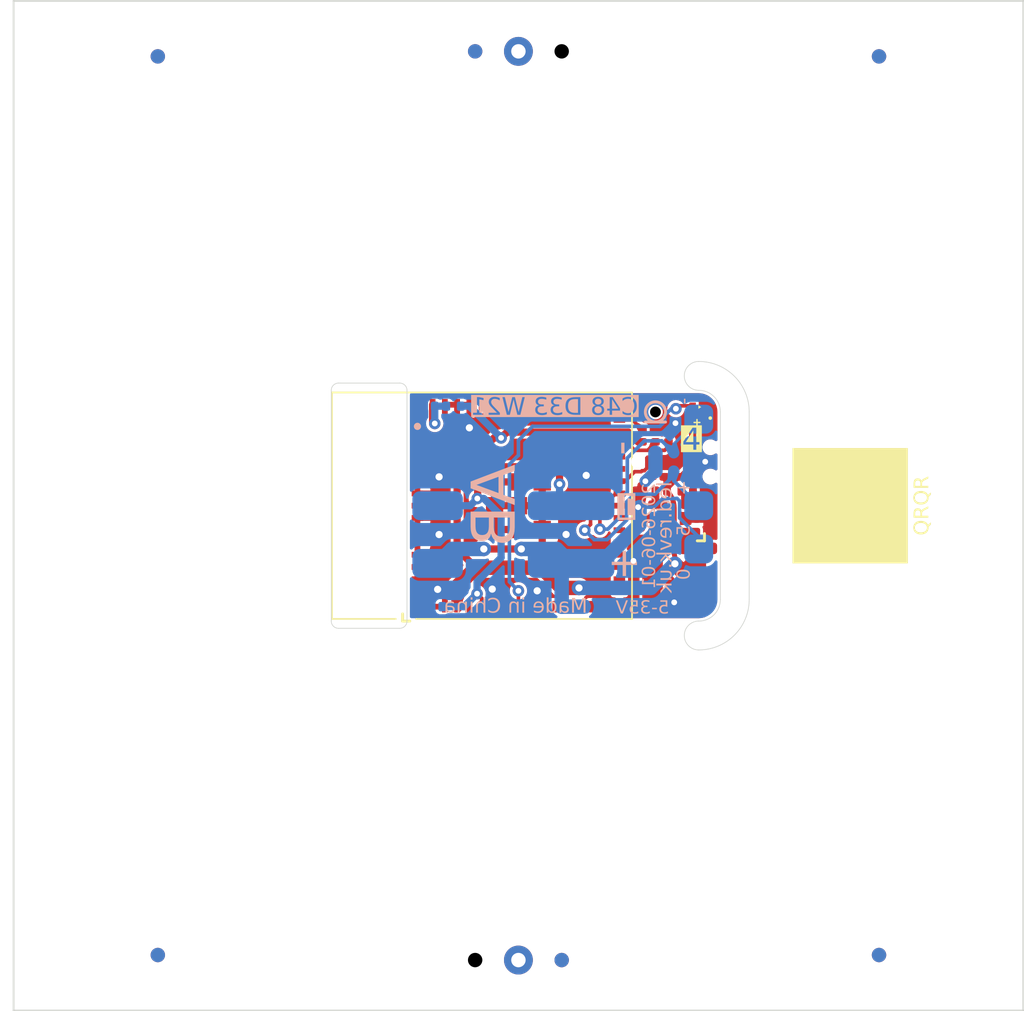
<source format=kicad_pcb>
(kicad_pcb (version 20241129) (generator "pcbnew") (generator_version "9.0")
  (title_block (title "PCB-USBX") (rev "1") (comment 1 "www.me.uk") (comment 2 "@TheRealRevK"))
  (layers (0 "F.Cu" signal) (2 "B.Cu" signal) (13 "F.Paste" user) (15 "B.Paste" user) (5 "F.SilkS" user) (7 "B.SilkS" user) (1 "F.Mask" user) (3 "B.Mask" user) (25 "Edge.Cuts" user) (39 "User.1" signal) (41 "User.2" signal))
  (property "DATE" "2023-06-01")
  (net 0 "")
  (net 1 "GND")
  (net 2 "Net-(U2-EN)")
  (net 3 "D-")
  (net 4 "D+")
  (net 13 "+3.3V")
  (net 28 "LED2")
  (net 31 "SD")
  (net 33 "LED1")
  (net 38 "SCK")
  (net 40 "WS")
  (net 42 "DC")
  (footprint "RevK:C_0603_" (layer "F.Cu") (at 108.3 102.185 90)
    (property "Reference" "C6" (hide yes))
    (property "Value" "10uF 35V")
  )
  (footprint "RevK:SOT-23-6-MD8942" (layer "F.Cu") (at 110.8 100.885)
    (property "Reference" "U5" (hide yes))
    (property "Value" "MD8942")
    (fp_line (start 1.6 1.55) (end 2.1 1.55) (stroke (width 0.2)) (layer "F.SilkS"))
    (fp_line (start 2.1 1.55) (end 2.1 1.05) (stroke (width 0.2)) (layer "F.SilkS"))
    (pad "1" smd rect (at 0.7625 1.5) (size 0.525 0.8) (layers "F.Cu"))
    (pad "1" smd roundrect (at 0.775 2) (size 0.8 0.95) (layers "F.Cu" "F.Mask" "F.Paste"))
    (pad "1" smd roundrect (at 1.1375 0.95) (size 1.325 0.6) (layers "F.Cu" "F.Mask" "F.Paste"))
    (pad "2" smd roundrect (at 1.1375 0) (size 1.325 0.6) (layers "F.Cu" "F.Mask" "F.Paste") (net 1 "GND"))
    (pad "2" smd rect (at 1.8 0) (size 0.8 0.6) (layers "F.Cu") (net 1 "GND"))
    (pad "2" smd roundrect (at 2.300001 -1.9) (size 0.54 0.64) (layers "F.Cu" "F.Mask" "F.Paste") (net 1 "GND"))
    (pad "2" smd roundrect (at 2.5 -0.72) (size 0.95 3) (layers "F.Cu") (net 1 "GND"))
    (pad "2" smd roundrect (at 2.5 0.525) (size 0.95 0.8) (layers "F.Cu" "F.Mask" "F.Paste") (net 1 "GND"))
    (pad "3" smd roundrect (at 0.5 -1.9) (size 0.54 0.64) (layers "F.Cu" "F.Mask" "F.Paste"))
    (pad "3" smd rect (at 0.625 -1.355) (size 0.29 0.89) (layers "F.Cu"))
    (pad "3" smd roundrect (at 1.1375 -0.95) (size 1.325 0.6) (layers "F.Cu" "F.Mask" "F.Paste"))
    (pad "3" smd rect (at 1.3 -1.45) (size 0.54 1) (layers "F.Cu"))
    (pad "3" smd roundrect (at 1.300001 -1.9) (size 0.54 0.64) (layers "F.Cu" "F.Mask" "F.Paste"))
    (pad "4" smd roundrect (at -1.3 -1.9) (size 0.54 0.64) (layers "F.Cu" "F.Mask" "F.Paste"))
    (pad "4" smd rect (at -1.3 -1.42) (size 0.54 1) (layers "F.Cu"))
    (pad "4" smd roundrect (at -1.1375 -0.95) (size 1.325 0.6) (layers "F.Cu" "F.Mask" "F.Paste"))
    (pad "5" smd roundrect (at -2.5 -0.72) (size 0.95 3) (layers "F.Cu") (net 42 "DC"))
    (pad "5" smd roundrect (at -2.5 0.525) (size 0.95 0.8) (layers "F.Cu" "F.Mask" "F.Paste") (net 42 "DC"))
    (pad "5" smd roundrect (at -2.3 -1.9) (size 0.54 0.64) (layers "F.Cu" "F.Mask" "F.Paste") (net 42 "DC"))
    (pad "5" smd rect (at -1.8 0) (size 0.8 0.6) (layers "F.Cu") (net 42 "DC"))
    (pad "5" smd roundrect (at -1.1375 0) (size 1.325 0.6) (layers "F.Cu" "F.Mask" "F.Paste") (net 42 "DC"))
    (pad "6" smd rect (at -1.5 4.6) (size 1.425 3.7) (layers "F.Cu" "F.Mask"))
    (pad "6" smd rect (at -1.3 1.975) (size 1 2) (layers "F.Cu"))
    (pad "6" smd roundrect (at -1.1375 0.95) (size 1.325 0.6) (layers "F.Cu" "F.Mask" "F.Paste"))
    (pad "6" smd roundrect (at -0.775 2) (size 0.8 0.95) (layers "F.Cu" "F.Mask" "F.Paste"))
    (pad "7" smd roundrect (at -2.69375 4.2) (size 0.5625 4.5) (layers "F.Cu") (net 1 "GND"))
    (pad "7" smd roundrect (at -2.5 2.075) (size 0.95 0.8) (layers "F.Cu" "F.Mask" "F.Paste") (net 1 "GND"))
    (pad "8" smd roundrect (at -0.5 -1.9) (size 0.54 0.64) (layers "F.Cu" "F.Mask" "F.Paste") (net 13 "+3.3V"))
    (pad "8" smd custom (at 0 0.8) (size 0.35 3) (layers "F.Cu") (net 13 "+3.3V") (options (clearance outline) (anchor rect)) (primitives (gr_arc (start -0.5 -2.71) (mid -0.129059 -2.154847) (end 0.001198 -1.5) (width 0.35)) (gr_arc (start 1.5 3) (mid 0.43934 2.56066) (end 0 1.5) (width 0.35))))
    (pad "8" smd rect (at 1.5 4.6) (size 1.425 3.7) (layers "F.Cu" "F.Mask") (net 13 "+3.3V"))
    (pad "8" smd custom (at 1.8 3.6) (size 0.7 2) (layers "F.Cu") (net 13 "+3.3V") (options (clearance outline) (anchor rect)) (primitives (gr_arc (start 0 -1) (mid 0.146447 -1.353553) (end 0.5 -1.5) (width 0.7))))
    (pad "8" smd roundrect (at 2.5 2.075) (size 0.95 0.8) (layers "F.Cu" "F.Mask" "F.Paste") (net 13 "+3.3V"))
  )
  (footprint "RevK:C_0603_" (layer "F.Cu") (at 110.8 102.885)
    (property "Reference" "C8" (hide yes))
    (property "Value" "100nF")
  )
  (footprint "RevK:SMD1010" (layer "F.Cu") (at 112.5 93.5 180)
    (property "Reference" "D1" (hide yes))
    (property "Value" "XL-1010RGBC-WS2812B" (hide yes))
    (fp_line (start 0.12 -0.93) (end 0.12 -0.53) (stroke (width 0.1)) (layer "F.SilkS"))
    (fp_line (start -0.08 -0.73) (end 0.32 -0.73) (stroke (width 0.1)) (layer "F.SilkS"))
    (fp_circle (center -0.8 -0.425) (end -0.675 -0.425) (fill yes) (layer "F.SilkS"))
    (fp_poly (pts (xy 0.023248 0.214442) (xy 0.023248 0.464442) (xy -0.176752 0.337718)) (fill yes) (layer "F.SilkS"))
    (pad "1" smd roundrect (at -0.425 -0.425 180) (size 0.45 0.45) (layers "F.Cu" "F.Mask" "F.Paste") (roundrect_rratio 0) (chamfer_ratio 0.06) (chamfer top_left))
    (pad "2" smd rect (at 0.425 -0.425 180) (size 0.48 0.48) (layers "F.Cu" "F.Mask" "F.Paste") (net 13 "+3.3V"))
    (pad "3" smd rect (at -0.425 0.425 180) (size 0.48 0.48) (layers "F.Cu" "F.Mask" "F.Paste") (net 1 "GND"))
    (pad "4" smd roundrect (at 0.425 0.425) (size 0.45 0.45) (layers "F.Cu" "F.Mask" "F.Paste") (roundrect_rratio 0) (chamfer_ratio 0.06) (chamfer top_left) (net 28 "LED2"))
  )
  (footprint "RevK:R_0402_" (layer "F.Cu") (at 110.8 98.985)
    (property "Reference" "R9" (hide yes))
    (property "Value" "124k" (hide yes))
  )
  (footprint "RevK:R_0402_" (layer "F.Cu") (at 109 98.985)
    (property "Reference" "R11" (hide yes))
    (property "Value" "1M" (hide yes))
  )
  (footprint "RevK:ICS43434_MEMS_Mic" (layer "F.Cu") (at 109.5 94.285 90)
    (property "Reference" "U1" (hide yes))
    (property "Value" "ICS43434_MEMS_Mic")
    (pad "" np_thru_hole circle (at 0.785 0 180) (size 0.95 0.95) (drill 0.75) (layers "*.Mask"))
    (pad "1" smd roundrect (at -1.289 0.9 180) (size 0.6 0.522) (layers "F.Cu" "F.Mask" "F.Paste") (net 40 "WS"))
    (pad "2" smd roundrect (at -0.467 0.9 180) (size 0.6 0.522) (layers "F.Cu" "F.Mask" "F.Paste") (net 1 "GND"))
    (pad "3" smd custom (at 0.785 -0.662 270) (size 0.3 0.3) (layers "F.Cu" "F.Mask") (net 1 "GND") (options (clearance outline) (anchor circle)) (primitives (gr_circle (center 0 -0.662) (end -0.662 -0.662) (width 0.3) (fill no))))
    (pad "4" smd roundrect (at -0.467 -0.9 180) (size 0.6 0.522) (layers "F.Cu" "F.Mask" "F.Paste") (net 38 "SCK"))
    (pad "5" smd roundrect (at -1.289 -0.9 180) (size 0.6 0.522) (layers "F.Cu" "F.Mask" "F.Paste") (net 13 "+3.3V"))
    (pad "6" smd roundrect (at -1.289 0 180) (size 0.6 0.522) (layers "F.Cu" "F.Mask" "F.Paste") (net 31 "SD"))
    (zone (net 0) (net_name "") (layer "F.Cu") (connect_pads (clearance 0)) (min_thickness 0.25)
      (keepout (tracks allowed) (vias allowed) (pads allowed) (copperpour not_allowed) (footprints allowed))
      (fill (thermal_gap 0.5) (thermal_bridge_width 0.5))
      (polygon (pts (xy 109.5 94.15) (xy 109.05 93.95) (xy 108.85 93.5) (xy 109.1 93) (xy 109.5 92.85) (xy 109.95 93.05) (xy 110.15 93.5) (xy 109.95 93.95)))
    )
  )
  (footprint "RevK:C_0402" (layer "F.Cu") (at 111 97.5 90)
    (property "Reference" "C1" (hide yes))
    (property "Value" "100nF" (hide yes))
    (pad "1" smd roundrect (at -0.5 0 90) (size 0.54 0.64) (layers "F.Cu" "F.Mask" "F.Paste") (roundrect_rratio 0.28) (net 13 "+3.3V"))
    (pad "2" smd roundrect (at 0.5 0 90) (size 0.54 0.64) (layers "F.Cu" "F.Mask" "F.Paste") (roundrect_rratio 0.28) (net 1 "GND"))
  )
  (footprint "RevK:C_0603_" (layer "F.Cu") (at 113.3 102.185 -90)
    (property "Reference" "C7" (hide yes))
    (property "Value" "10uF 6.3V")
  )
  (footprint "RevK:L_4x4_" (layer "F.Cu") (at 110.8 105.485)
    (property "Reference" "L2" (hide yes))
    (property "Value" "10uH")
  )
  (footprint "RevK:PCB7070" (layer "F.Cu") (at 100 100)
    (property "Reference" "PCB1" (hide yes))
    (property "Value" "70x70" (hide yes))
    (fp_line (start -35 -35) (end 35 -35) (stroke (width 0.12)) (layer "Edge.Cuts"))
    (fp_line (start -35 35) (end -35 -35) (stroke (width 0.12)) (layer "Edge.Cuts"))
    (fp_line (start 35 -35) (end 35 35) (stroke (width 0.12)) (layer "Edge.Cuts"))
    (fp_line (start 35 35) (end -35 35) (stroke (width 0.12)) (layer "Edge.Cuts"))
    (pad "" np_thru_hole circle (at -33 33) (size 1.1 1.1) (drill 1.1) (layers "F&B.Cu" "*.Mask") (clearance 0.1))
    (pad "" np_thru_hole circle (at -30 -30) (size 2 2) (drill 2) (layers "F&B.Cu" "*.Mask") (clearance 0.1))
    (pad "" np_thru_hole circle (at -30 30) (size 2 2) (drill 2) (layers "F&B.Cu" "*.Mask") (clearance 0.1))
    (pad "" smd circle (at -25 -31.15) (size 1 1) (property pad_prop_fiducial_loc) (layers "F.Cu" "F.Mask") (clearance 0.5))
    (pad "" smd circle (at -25 -31.15) (size 1 1) (property pad_prop_fiducial_loc) (layers "B.Cu" "B.Mask") (clearance 0.5))
    (pad "" smd circle (at -25 31.15) (size 1 1) (property pad_prop_fiducial_loc) (layers "F.Cu" "F.Mask") (clearance 0.5))
    (pad "" smd circle (at -25 31.15) (size 1 1) (property pad_prop_fiducial_loc) (layers "B.Cu" "B.Mask") (clearance 0.5))
    (pad "" smd circle (at -3 -31.5) (size 1 1) (layers "F.Cu" "F.Mask"))
    (pad "" smd circle (at -3 -31.5) (size 1 1) (layers "B.Cu" "B.Mask"))
    (pad "" np_thru_hole circle (at -3 31.5 180) (size 2 2) (drill 1) (layers "*.Mask"))
    (pad "" thru_hole circle (at 0 -31.5) (size 2 2) (drill 1) (layers "*.Cu" "*.Mask"))
    (pad "" thru_hole circle (at 0 31.5 180) (size 2 2) (drill 1) (layers "*.Cu" "*.Mask"))
    (pad "" np_thru_hole circle (at 3 -31.5) (size 2 2) (drill 1) (layers "*.Mask"))
    (pad "" smd circle (at 3 31.5 180) (size 1 1) (layers "F.Cu" "F.Mask"))
    (pad "" smd circle (at 3 31.5 180) (size 1 1) (layers "B.Cu" "B.Mask"))
    (pad "" smd circle (at 25 -31.15) (size 1 1) (property pad_prop_fiducial_loc) (layers "F.Cu" "F.Mask") (clearance 0.5))
    (pad "" smd circle (at 25 -31.15) (size 1 1) (property pad_prop_fiducial_loc) (layers "B.Cu" "B.Mask") (clearance 0.5))
    (pad "" smd circle (at 25 31.15) (size 1 1) (property pad_prop_fiducial_loc) (layers "F.Cu" "F.Mask") (clearance 0.5))
    (pad "" smd circle (at 25 31.15) (size 1 1) (property pad_prop_fiducial_loc) (layers "B.Cu" "B.Mask") (clearance 0.5))
    (pad "" np_thru_hole circle (at 30 -30) (size 2 2) (drill 2) (layers "F&B.Cu" "*.Mask") (clearance 0.1))
    (pad "" np_thru_hole circle (at 30 30) (size 2 2) (drill 2) (layers "F&B.Cu" "*.Mask") (clearance 0.1))
    (pad "" np_thru_hole circle (at 33 -33) (size 1.1 1.1) (drill 1.1) (layers "F&B.Cu" "*.Mask") (clearance 0.1))
  )
  (footprint "RevK:ESP32-S3-MINI-1" (layer "F.Cu") (at 100 100 90)
    (property "Reference" "U2" (hide yes))
    (property "Value" "ESP32-S3-MINI-1" (hide yes))
    (fp_line (start 7.85 -12.925) (end 7.85 7.875) (stroke (width 0.12)) (layer "F.SilkS"))
    (fp_line (start -7.85 -12.925) (end 7.85 -12.925) (stroke (width 0.12)) (layer "F.SilkS"))
    (fp_line (start -7.85 -12.925) (end -7.85 -8.5) (stroke (width 0.12)) (layer "F.SilkS"))
    (fp_line (start -7.5 -8.03) (end -8 -8.03) (stroke (width 0.2)) (layer "F.SilkS"))
    (fp_line (start -8 -8.03) (end -8 -7.53) (stroke (width 0.2)) (layer "F.SilkS"))
    (fp_line (start -7.85 -7.1) (end -7.85 7.875) (stroke (width 0.12)) (layer "F.SilkS"))
    (fp_line (start -7.85 7.875) (end 7.85 7.875) (stroke (width 0.12)) (layer "F.SilkS"))
    (pad "1" smd rect (at -7 -5.95 180) (size 0.4 0.8) (layers "F.Cu" "F.Mask" "F.Paste") (net 1 "GND"))
    (pad "2" smd rect (at -7 -5.1 180) (size 0.4 0.8) (layers "F.Cu" "F.Mask" "F.Paste") (net 1 "GND"))
    (pad "3" smd rect (at -7 -4.25 180) (size 0.4 0.8) (layers "F.Cu" "F.Mask" "F.Paste") (net 13 "+3.3V"))
    (pad "4" smd rect (at -7 -3.4 180) (size 0.4 0.8) (layers "F.Cu" "F.Mask" "F.Paste"))
    (pad "5" smd rect (at -7 -2.55 180) (size 0.4 0.8) (layers "F.Cu" "F.Mask" "F.Paste") (net 33 "LED1"))
    (pad "6" smd rect (at -7 -1.7 180) (size 0.4 0.8) (layers "F.Cu" "F.Mask" "F.Paste"))
    (pad "7" smd rect (at -7 -0.85 180) (size 0.4 0.8) (layers "F.Cu" "F.Mask" "F.Paste"))
    (pad "8" smd rect (at -7 0 180) (size 0.4 0.8) (layers "F.Cu" "F.Mask" "F.Paste") (net 28 "LED2"))
    (pad "9" smd rect (at -7 0.85 180) (size 0.4 0.8) (layers "F.Cu" "F.Mask" "F.Paste"))
    (pad "10" smd rect (at -7 1.7 180) (size 0.4 0.8) (layers "F.Cu" "F.Mask" "F.Paste"))
    (pad "11" smd rect (at -7 2.55 180) (size 0.4 0.8) (layers "F.Cu" "F.Mask" "F.Paste"))
    (pad "12" smd rect (at -7 3.4 180) (size 0.4 0.8) (layers "F.Cu" "F.Mask" "F.Paste"))
    (pad "13" smd rect (at -7 4.25 180) (size 0.4 0.8) (layers "F.Cu" "F.Mask" "F.Paste"))
    (pad "14" smd rect (at -7 5.1 180) (size 0.4 0.8) (layers "F.Cu" "F.Mask" "F.Paste"))
    (pad "15" smd rect (at -7 5.95 180) (size 0.4 0.8) (layers "F.Cu" "F.Mask" "F.Paste"))
    (pad "16" smd rect (at -5.95 7 90) (size 0.4 0.8) (layers "F.Cu" "F.Mask" "F.Paste"))
    (pad "17" smd rect (at -5.1 7 90) (size 0.4 0.8) (layers "F.Cu" "F.Mask" "F.Paste"))
    (pad "18" smd rect (at -4.25 7 90) (size 0.4 0.8) (layers "F.Cu" "F.Mask" "F.Paste"))
    (pad "19" smd rect (at -3.4 7 90) (size 0.4 0.8) (layers "F.Cu" "F.Mask" "F.Paste"))
    (pad "20" smd rect (at -2.55 7 90) (size 0.4 0.8) (layers "F.Cu" "F.Mask" "F.Paste"))
    (pad "21" smd rect (at -1.7 7 90) (size 0.4 0.8) (layers "F.Cu" "F.Mask" "F.Paste"))
    (pad "22" smd rect (at -0.85 7 90) (size 0.4 0.8) (layers "F.Cu" "F.Mask" "F.Paste"))
    (pad "23" smd rect (at 0 7 90) (size 0.4 0.8) (layers "F.Cu" "F.Mask" "F.Paste") (net 3 "D-"))
    (pad "24" smd rect (at 0.85 7 90) (size 0.4 0.8) (layers "F.Cu" "F.Mask" "F.Paste") (net 4 "D+"))
    (pad "25" smd rect (at 1.7 7 90) (size 0.4 0.8) (layers "F.Cu" "F.Mask" "F.Paste") (net 40 "WS"))
    (pad "26" smd rect (at 2.55 7 90) (size 0.4 0.8) (layers "F.Cu" "F.Mask" "F.Paste"))
    (pad "27" smd rect (at 3.4 7 90) (size 0.4 0.8) (layers "F.Cu" "F.Mask" "F.Paste") (net 1 "GND"))
    (pad "28" smd rect (at 4.25 7 90) (size 0.4 0.8) (layers "F.Cu" "F.Mask" "F.Paste") (net 31 "SD"))
    (pad "29" smd rect (at 5.1 7 90) (size 0.4 0.8) (layers "F.Cu" "F.Mask" "F.Paste") (net 13 "+3.3V"))
    (pad "30" smd rect (at 5.95 7 90) (size 0.4 0.8) (layers "F.Cu" "F.Mask" "F.Paste") (net 38 "SCK"))
    (pad "31" smd rect (at 7 5.95 180) (size 0.4 0.8) (layers "F.Cu" "F.Mask" "F.Paste"))
    (pad "32" smd rect (at 7 5.1 180) (size 0.4 0.8) (layers "F.Cu" "F.Mask" "F.Paste"))
    (pad "33" smd rect (at 7 4.25 180) (size 0.4 0.8) (layers "F.Cu" "F.Mask" "F.Paste"))
    (pad "34" smd rect (at 7 3.4 180) (size 0.4 0.8) (layers "F.Cu" "F.Mask" "F.Paste"))
    (pad "35" smd rect (at 7 2.55 180) (size 0.4 0.8) (layers "F.Cu" "F.Mask" "F.Paste"))
    (pad "36" smd rect (at 7 1.7 180) (size 0.4 0.8) (layers "F.Cu" "F.Mask" "F.Paste"))
    (pad "37" smd rect (at 7 0.85 180) (size 0.4 0.8) (layers "F.Cu" "F.Mask" "F.Paste"))
    (pad "38" smd rect (at 7 0 180) (size 0.4 0.8) (layers "F.Cu" "F.Mask" "F.Paste"))
    (pad "39" smd rect (at 7 -0.85 180) (size 0.4 0.8) (layers "F.Cu" "F.Mask" "F.Paste"))
    (pad "40" smd rect (at 7 -1.7 180) (size 0.4 0.8) (layers "F.Cu" "F.Mask" "F.Paste"))
    (pad "41" smd rect (at 7 -2.55 180) (size 0.4 0.8) (layers "F.Cu" "F.Mask" "F.Paste"))
    (pad "42" smd rect (at 7 -3.4 180) (size 0.4 0.8) (layers "F.Cu" "F.Mask" "F.Paste") (net 1 "GND"))
    (pad "43" smd rect (at 7 -4.25 180) (size 0.4 0.8) (layers "F.Cu" "F.Mask" "F.Paste") (net 1 "GND"))
    (pad "44" smd rect (at 7 -5.1 180) (size 0.4 0.8) (layers "F.Cu" "F.Mask" "F.Paste") (net 1 "GND"))
    (pad "45" smd rect (at 7 -5.95 180) (size 0.4 0.8) (layers "F.Cu" "F.Mask" "F.Paste") (net 2 "Net-(U2-EN)"))
    (pad "46" smd rect (at 5.95 -7 90) (size 0.4 0.8) (layers "F.Cu" "F.Mask" "F.Paste") (net 1 "GND"))
    (pad "47" smd rect (at 5.1 -7 90) (size 0.4 0.8) (layers "F.Cu" "F.Mask" "F.Paste") (net 1 "GND"))
    (pad "48" smd rect (at 4.25 -7 90) (size 0.4 0.8) (layers "F.Cu" "F.Mask" "F.Paste") (net 1 "GND"))
    (pad "49" smd rect (at 3.4 -7 90) (size 0.4 0.8) (layers "F.Cu" "F.Mask" "F.Paste") (net 1 "GND"))
    (pad "50" smd rect (at 2.55 -7 90) (size 0.4 0.8) (layers "F.Cu" "F.Mask" "F.Paste") (net 1 "GND"))
    (pad "51" smd rect (at 1.7 -7 90) (size 0.4 0.8) (layers "F.Cu" "F.Mask" "F.Paste") (net 1 "GND"))
    (pad "52" smd rect (at 0.85 -7 90) (size 0.4 0.8) (layers "F.Cu" "F.Mask" "F.Paste") (net 1 "GND"))
    (pad "53" smd rect (at 0 -7 90) (size 0.4 0.8) (layers "F.Cu" "F.Mask" "F.Paste") (net 1 "GND"))
    (pad "54" smd rect (at -0.85 -7 90) (size 0.4 0.8) (layers "F.Cu" "F.Mask" "F.Paste") (net 1 "GND"))
    (pad "55" smd rect (at -1.7 -7 90) (size 0.4 0.8) (layers "F.Cu" "F.Mask" "F.Paste") (net 1 "GND"))
    (pad "56" smd rect (at -2.55 -7 90) (size 0.4 0.8) (layers "F.Cu" "F.Mask" "F.Paste") (net 1 "GND"))
    (pad "57" smd rect (at -3.4 -7 90) (size 0.4 0.8) (layers "F.Cu" "F.Mask" "F.Paste") (net 1 "GND"))
    (pad "58" smd rect (at -4.25 -7 90) (size 0.4 0.8) (layers "F.Cu" "F.Mask" "F.Paste") (net 1 "GND"))
    (pad "59" smd rect (at -5.1 -7 90) (size 0.4 0.8) (layers "F.Cu" "F.Mask" "F.Paste") (net 1 "GND"))
    (pad "60" smd rect (at -5.95 -7 90) (size 0.4 0.8) (layers "F.Cu" "F.Mask" "F.Paste") (net 1 "GND"))
    (pad "61" smd roundrect (at -1.65 -1.65 90) (size 1.2 1.2) (layers "F.Cu" "F.Mask" "F.Paste") (roundrect_rratio 0) (chamfer_ratio 0.5) (chamfer top_left) (net 1 "GND"))
    (pad "61" smd rect (at -1.65 0 180) (size 1.2 1.2) (layers "F.Cu" "F.Mask" "F.Paste") (net 1 "GND"))
    (pad "61" smd rect (at -1.65 1.65 180) (size 1.2 1.2) (layers "F.Cu" "F.Mask" "F.Paste") (net 1 "GND"))
    (pad "61" smd rect (at 0 -1.65 90) (size 1.2 1.2) (layers "F.Cu" "F.Mask" "F.Paste") (net 1 "GND"))
    (pad "61" smd rect (at 0 0 90) (size 1.2 1.2) (layers "F.Cu" "F.Mask" "F.Paste") (net 1 "GND"))
    (pad "61" smd rect (at 0 1.65 90) (size 1.2 1.2) (layers "F.Cu" "F.Mask" "F.Paste") (net 1 "GND"))
    (pad "61" smd rect (at 1.65 -1.65 90) (size 1.2 1.2) (layers "F.Cu" "F.Mask" "F.Paste") (net 1 "GND"))
    (pad "61" smd rect (at 1.65 0 90) (size 1.2 1.2) (layers "F.Cu" "F.Mask" "F.Paste") (net 1 "GND"))
    (pad "61" smd rect (at 1.65 1.65 90) (size 1.2 1.2) (layers "F.Cu" "F.Mask" "F.Paste") (net 1 "GND"))
    (pad "62" smd rect (at -7 -7 90) (size 0.8 0.8) (layers "F.Cu" "F.Mask" "F.Paste") (net 1 "GND"))
    (pad "63" smd rect (at -7 7 90) (size 0.8 0.8) (layers "F.Cu" "F.Mask" "F.Paste") (net 1 "GND"))
    (pad "64" smd rect (at 7 7 90) (size 0.8 0.8) (layers "F.Cu" "F.Mask" "F.Paste") (net 1 "GND"))
    (pad "65" smd rect (at 7 -7 90) (size 0.8 0.8) (layers "F.Cu" "F.Mask" "F.Paste") (net 1 "GND"))
    (zone (net 0) (net_name "") (layer "F.Cu") (connect_pads (clearance 0)) (min_thickness 0.01)
      (keepout (tracks not_allowed) (vias not_allowed) (pads not_allowed) (copperpour not_allowed) (footprints not_allowed))
      (fill (thermal_gap 0.508) (thermal_bridge_width 0.508))
      (polygon (pts (xy 87.225 107.7) (xy 87.225 92.3) (xy 92.275 92.3) (xy 92.275 107.7)))
    )
    (zone (net 0) (net_name "") (layer "B.Cu") (connect_pads (clearance 0)) (min_thickness 0.01)
      (keepout (tracks not_allowed) (vias not_allowed) (pads not_allowed) (copperpour not_allowed) (footprints not_allowed))
      (fill (thermal_gap 0.508) (thermal_bridge_width 0.508))
      (polygon (pts (xy 87.15 107.7) (xy 87.15 92.3) (xy 91.8 92.3) (xy 91.8 107.7)))
    )
  )
  (footprint "RevK:R_0402_" (layer "F.Cu") (at 112.6 98.985)
    (property "Reference" "R10" (hide yes))
    (property "Value" "39k2" (hide yes))
  )
  (footprint "RevK:C_0402" (layer "F.Cu") (at 110.1 97.5 90)
    (property "Reference" "C2" (hide yes))
    (property "Value" "22uF" (hide yes))
    (pad "1" smd roundrect (at -0.5 0 90) (size 0.54 0.64) (layers "F.Cu" "F.Mask" "F.Paste") (roundrect_rratio 0.28) (net 13 "+3.3V"))
    (pad "2" smd roundrect (at 0.5 0 90) (size 0.54 0.64) (layers "F.Cu" "F.Mask" "F.Paste") (roundrect_rratio 0.28) (net 1 "GND"))
  )
  (footprint "RevK:DFN1006-2L" (layer "B.Cu") (at 94.3 107)
    (property "Reference" "D2" (hide yes))
    (property "Value" "~")
    (pad "1" smd roundrect (at -0.425 0) (size 0.55 0.65) (layers "B.Cu" "B.Mask" "B.Paste") (net 1 "GND"))
    (pad "2" smd roundrect (at 0.425 0) (size 0.55 0.65) (layers "B.Cu" "B.Mask" "B.Paste") (net 33 "LED1"))
  )
  (footprint "RevK:C_0402" (layer "B.Cu") (at 93.7 93.1 180)
    (property "Reference" "C3" (hide yes))
    (property "Value" "1uF" (hide yes))
    (pad "1" smd roundrect (at -0.5 0 180) (size 0.54 0.64) (layers "B.Cu" "B.Mask" "B.Paste") (roundrect_rratio 0.28) (net 2 "Net-(U2-EN)"))
    (pad "2" smd roundrect (at 0.5 0 180) (size 0.54 0.64) (layers "B.Cu" "B.Mask" "B.Paste") (roundrect_rratio 0.28) (net 1 "GND"))
  )
  (footprint "RevK:VCUT70N" (layer "B.Cu") (at 100 108)
    (property "Reference" "V2" (hide yes))
    (property "Value" "70")
    (zone (net 0) (net_name "") (layers "F.Cu" "Cmts.User") (connect_pads (clearance 0)) (min_thickness 0.25)
      (keepout (tracks not_allowed) (vias allowed) (pads allowed) (copperpour not_allowed) (footprints allowed))
      (fill (thermal_gap 0.5) (thermal_bridge_width 0.5))
      (polygon (pts (xy 135 107.8) (xy 135 108.2) (xy 65 108.2) (xy 65 107.8)))
    )
    (zone (net 0) (net_name "") (layers "B.Cu" "Cmts.User") (connect_pads (clearance 0)) (min_thickness 0.25)
      (keepout (tracks not_allowed) (vias allowed) (pads allowed) (copperpour not_allowed) (footprints allowed))
      (fill (thermal_gap 0.5) (thermal_bridge_width 0.5))
      (polygon (pts (xy 135 107.8) (xy 135 108.2) (xy 65 108.2) (xy 65 107.8)))
    )
  )
  (footprint "RevK:PAD-2mm" (layer "B.Cu") (at 112.5 94 180)
    (property "Reference" "P2" (hide yes))
    (property "Value" "Square")
    (pad "1" smd roundrect (at 0 0 180) (size 2 2) (layers "B.Cu" "B.Mask") (net 3 "D-"))
  )
  (footprint "RevK:WAGO-2060-453-998-404" (layer "B.Cu") (at 99 100 180)
    (property "Reference" "J2" (hide yes))
    (property "Value" "Conn_01x03")
    (fp_circle (center 6 5.5) (end 6.25 5.5) (fill yes) (layer "B.SilkS"))
    (pad "1" smd roundrect (at -4.65 4 270) (size 2 6) (layers "B.Cu" "B.Mask" "B.Paste") (net 1 "GND"))
    (pad "1" smd roundrect (at 4.6 4 270) (size 2 3.5) (layers "B.Cu" "B.Mask" "B.Paste") (net 1 "GND"))
    (pad "2" smd roundrect (at -4.65 0 270) (size 2 6) (layers "B.Cu" "B.Mask" "B.Paste") (net 33 "LED1"))
    (pad "2" smd roundrect (at 4.6 0 270) (size 2 3.5) (layers "B.Cu" "B.Mask" "B.Paste") (net 33 "LED1"))
    (pad "3" smd roundrect (at -4.65 -4 270) (size 2 6) (layers "B.Cu" "B.Mask" "B.Paste") (net 42 "DC"))
    (pad "3" smd roundrect (at 4.6 -4 270) (size 2 3.5) (layers "B.Cu" "B.Mask" "B.Paste") (net 42 "DC"))
  )
  (footprint "RevK:VCUT70N" (layer "B.Cu") (at 100 92 180)
    (property "Reference" "V1" (hide yes))
    (property "Value" "70")
    (zone (net 0) (net_name "") (layers "F.Cu" "Cmts.User") (connect_pads (clearance 0)) (min_thickness 0.25)
      (keepout (tracks not_allowed) (vias allowed) (pads allowed) (copperpour not_allowed) (footprints allowed))
      (fill (thermal_gap 0.5) (thermal_bridge_width 0.5))
      (polygon (pts (xy 65 92.2) (xy 65 91.8) (xy 135 91.8) (xy 135 92.2)))
    )
    (zone (net 0) (net_name "") (layers "B.Cu" "Cmts.User") (connect_pads (clearance 0)) (min_thickness 0.25)
      (keepout (tracks not_allowed) (vias allowed) (pads allowed) (copperpour not_allowed) (footprints allowed))
      (fill (thermal_gap 0.5) (thermal_bridge_width 0.5))
      (polygon (pts (xy 65 92.2) (xy 65 91.8) (xy 135 91.8) (xy 135 92.2)))
    )
  )
  (footprint "RevK:PAD-2mm" (layer "B.Cu") (at 112.5 100 180)
    (property "Reference" "P3" (hide yes))
    (property "Value" "Square")
    (pad "1" smd roundrect (at 0 0 180) (size 2 2) (layers "B.Cu" "B.Mask") (net 4 "D+"))
  )
  (footprint "RevK:PAD-2mm" (layer "B.Cu") (at 112.5 103 180)
    (property "Reference" "P1" (hide yes))
    (property "Value" "Square")
    (pad "1" smd roundrect (at 0 0 180) (size 2 2) (layers "B.Cu" "B.Mask") (net 42 "DC"))
  )
  (footprint "RevK:PAD-2mm" (layer "B.Cu") (at 112.5 106 180)
    (property "Reference" "P4" (hide yes))
    (property "Value" "Square")
    (pad "1" smd roundrect (at 0 0 180) (size 2 2) (layers "B.Cu" "B.Mask") (net 1 "GND"))
  )
  (footprint "RevK:Tag-Connect_TC2030-IDC-NL_2x03_P1.27mm_Vertical" (layer "B.Cu") (at 110.77 96.965)
    (property "Reference" "J3" (hide yes))
    (property "Value" "TC2030-USB-NL-DS")
    (pad "" np_thru_hole circle (at -2.54 0) (size 0.85 0.85) (drill 0.85) (layers "F&B.Cu" "*.Mask") (clearance 0.1))
    (pad "" np_thru_hole circle (at 2.54 -1.016) (size 0.85 0.85) (drill 0.85) (layers "F&B.Cu" "*.Mask") (clearance 0.1))
    (pad "" np_thru_hole circle (at 2.54 1.016) (size 0.85 0.85) (drill 0.85) (layers "F&B.Cu" "*.Mask") (clearance 0.1))
    (pad "1" connect circle (at -1.27 -0.635) (size 0.7874 0.7874) (layers "B.Cu" "B.Mask") (net 42 "DC"))
    (pad "2" connect circle (at -1.27 0.635) (size 0.7874 0.7874) (layers "B.Cu" "B.Mask") (net 42 "DC"))
    (pad "3" connect circle (at 0 -0.635) (size 0.7874 0.7874) (layers "B.Cu" "B.Mask") (net 3 "D-"))
    (pad "4" connect circle (at 0 0.635) (size 0.7874 0.7874) (layers "B.Cu" "B.Mask") (net 4 "D+"))
    (pad "5" connect circle (at 1.27 -0.635) (size 0.7874 0.7874) (layers "B.Cu" "B.Mask") (net 1 "GND"))
    (pad "6" connect circle (at 1.27 0.635) (size 0.7874 0.7874) (layers "B.Cu" "B.Mask") (net 1 "GND"))
    (zone (net 0) (net_name "") (layer "B.Cu") (connect_pads (clearance 0)) (min_thickness 0.254)
      (keepout (tracks allowed) (vias not_allowed) (pads allowed) (copperpour not_allowed) (footprints not_allowed))
      (fill (thermal_gap 0.508) (thermal_bridge_width 0.508))
      (polygon (pts (xy 111.405 97.6) (xy 110.135 97.6) (xy 110.135 96.33) (xy 111.405 96.33)))
    )
  )
  (footprint "RevK:R_0402" (layer "B.Cu") (at 95.5 93.1 180)
    (property "Reference" "R1" (hide yes))
    (property "Value" "10K" (hide yes))
    (pad "1" smd roundrect (at -0.5 0 180) (size 0.54 0.64) (layers "B.Cu" "B.Mask" "B.Paste") (net 13 "+3.3V"))
    (pad "2" smd roundrect (at 0.5 0 180) (size 0.54 0.64) (layers "B.Cu" "B.Mask" "B.Paste") (net 2 "Net-(U2-EN)"))
  )
  (footprint "RevK:C_0603" (layer "B.Cu") (at 105.3 107)
    (property "Reference" "C4" (hide yes))
    (property "Value" "10uF 35V")
    (pad "1" smd roundrect (at -0.775 0) (size 0.8 0.95) (layers "B.Cu" "B.Mask" "B.Paste") (net 42 "DC"))
    (pad "2" smd roundrect (at 0.775 0) (size 0.8 0.95) (layers "B.Cu" "B.Mask" "B.Paste") (net 1 "GND"))
  )
  (gr_rect (start 119 96) (end 127 104) (fill yes) (layer "F.SilkS"))
  (gr_circle (center 109.5 93.5) (end 110.2 93.5) (stroke (width 0.2)) (fill no) (layer "B.SilkS"))
  (gr_line (start 108.8 94.2) (end 110.2 94.2) (stroke (width 0.2)) (layer "B.SilkS"))
  (gr_arc (start 116 106.5) (mid 114.974874 108.974874) (end 112.5 110) (stroke (width 0.05)) (layer "Edge.Cuts"))
  (gr_arc (start 92.275 108) (mid 92.128553 108.353553) (end 91.775 108.5) (stroke (width 0.05)) (layer "Edge.Cuts"))
  (gr_arc (start 87.525 108.5) (mid 87.171447 108.353553) (end 87.025 108) (stroke (width 0.05)) (layer "Edge.Cuts"))
  (gr_arc (start 91.775 91.5) (mid 92.128553 91.646447) (end 92.275 92) (stroke (width 0.05)) (layer "Edge.Cuts"))
  (gr_arc (start 112.5 110) (mid 111.5 109) (end 112.5 108) (stroke (width 0.05)) (layer "Edge.Cuts"))
  (gr_arc (start 87.025 92) (mid 87.171447 91.646447) (end 87.525 91.5) (stroke (width 0.05)) (layer "Edge.Cuts"))
  (gr_line (start 91.775 108.5) (end 87.525 108.5) (stroke (width 0.05)) (layer "Edge.Cuts"))
  (gr_line (start 87.525 91.5) (end 91.775 91.5) (stroke (width 0.05)) (layer "Edge.Cuts"))
  (gr_line (start 92.275 92) (end 92.275 108) (stroke (width 0.05)) (layer "Edge.Cuts"))
  (gr_line (start 116 93.5) (end 116 106.5) (stroke (width 0.05)) (layer "Edge.Cuts"))
  (gr_arc (start 112.5 90) (mid 114.974874 91.025126) (end 116 93.5) (stroke (width 0.05)) (layer "Edge.Cuts"))
  (gr_line (start 114 93.5) (end 114 106.5) (stroke (width 0.05)) (layer "Edge.Cuts"))
  (gr_arc (start 112.5 92) (mid 111.5 91) (end 112.5 90) (stroke (width 0.05)) (layer "Edge.Cuts"))
  (gr_arc (start 114 106.5) (mid 113.56066 107.56066) (end 112.5 108) (stroke (width 0.05)) (layer "Edge.Cuts"))
  (gr_line (start 87.025 92) (end 87.025 108) (stroke (width 0.05)) (layer "Edge.Cuts"))
  (gr_arc (start 112.5 92) (mid 113.56066 92.43934) (end 114 93.5) (stroke (width 0.05)) (layer "Edge.Cuts"))
  (gr_text "QRQR" (at 128 100 90) (layer "F.SilkS") (effects (font (size 1 1))))
  (gr_text "4" (at 112 95.5 0) (layer "F.SilkS" knockout) (effects (font (size 1.5 1.5))))
  (gr_text "1" (at 107.5 100.2 0) (layer "B.SilkS" knockout) (effects (font (size 1.5 1.5)) (justify mirror)))
  (gr_text "0" (at 111.5 104.75 90) (layer "B.SilkS") (effects (font (size 0.9 0.9)) (justify mirror)))
  (gr_text "C48 D33 W21" (at 102.5 93.2 0) (layer "B.SilkS" knockout) (effects (font (size 1.2 1.2)) (justify mirror)))
  (gr_text "${CURRENT_DATE}" (at 109.1 102.1 90) (layer "B.SilkS") (effects (font (size 0.9 0.9)) (justify mirror)))
  (gr_text "-" (at 111.5 92.75 90) (layer "B.SilkS") (effects (font (size 0.9 0.9)) (justify mirror)))
  (gr_text "-" (at 107.3 96 -90) (layer "B.SilkS") (effects (font (size 2 2)) (justify mirror)))
  (gr_text "AB" (at 98.5 100 90) (layer "B.SilkS") (effects (font (size 3 3)) (justify mirror)))
  (gr_text "Made in China" (at 99.8 107 0) (layer "B.SilkS") (effects (font (size 1 1)) (justify mirror)))
  (gr_text "+" (at 107.3 104 -90) (layer "B.SilkS") (effects (font (size 2 2)) (justify mirror)))
  (gr_text "led.revk.uk" (at 110.2 102.2 90) (layer "B.SilkS") (effects (font (size 1 1)) (justify mirror)))
  (gr_text "5" (at 111.5 101.75 90) (layer "B.SilkS") (effects (font (size 0.9 0.9)) (justify mirror)))
  (gr_text "5-35V" (at 108.6 107.1 0) (layer "B.SilkS") (effects (font (size 0.9 0.9)) (justify mirror)))
  (gr_text "+" (at 111.5 98.75 90) (layer "B.SilkS") (effects (font (size 0.9 0.9)) (justify mirror)))
  (segment (start 108 93) (end 107 93) (width 1) (layer "F.Cu") (net 1))
  (via (at 98.185939 105.783046) (size 1) (drill 0.5) (layers "F.Cu" "B.Cu") (net 1))
  (via (at 96.6 94.6) (size 1) (drill 0.5) (layers "F.Cu" "B.Cu") (net 1))
  (via (at 107.975 103.825) (size 0.8) (drill 0.4) (layers "F.Cu" "B.Cu") (net 1))
  (via (at 94.5 102) (size 1) (drill 0.5) (layers "F.Cu" "B.Cu") (net 1))
  (via (at 110.887417 94.275404) (size 0.8) (drill 0.4) (layers "F.Cu" "B.Cu") (net 1))
  (via (at 103.303987 101.993867) (size 1) (drill 0.5) (layers "F.Cu" "B.Cu") (net 1))
  (via (at 101.3 105.9) (size 1) (drill 0.5) (layers "F.Cu" "B.Cu") (net 1))
  (via (at 94.4 105.8) (size 1) (drill 0.5) (layers "F.Cu" "B.Cu") (net 1))
  (via (at 110.8 106.7) (size 0.8) (drill 0.4) (layers "F.Cu" "B.Cu") (net 1))
  (via (at 112.95 96.95) (size 0.8) (drill 0.4) (layers "F.Cu" "B.Cu") (net 1))
  (via (at 104.7 97.9) (size 1) (drill 0.5) (layers "F.Cu" "B.Cu") (net 1))
  (via (at 94.5 98) (size 1) (drill 0.5) (layers "F.Cu" "B.Cu") (net 1))
  (segment (start 94.2 94.3) (end 94.05 94.15) (width 0.5) (layer "F.Cu") (net 2))
  (segment (start 94.05 94.15) (end 94.05 93) (width 0.5) (layer "F.Cu") (net 2))
  (via (at 94.2 94.3) (size 0.8) (drill 0.4) (layers "F.Cu" "B.Cu") (net 2))
  (segment (start 94.2 93.1) (end 94.2 94.3) (width 0.5) (layer "B.Cu") (net 2))
  (segment (start 95 93.1) (end 94.2 93.1) (width 0.5) (layer "B.Cu") (net 2))
  (segment (start 106.536396 100) (end 105.64846 100.887936) (width 0.25) (layer "F.Cu") (net 3))
  (segment (start 107 100) (end 106.536396 100) (width 0.25) (layer "F.Cu") (net 3))
  (segment (start 105.64846 100.887936) (end 105.64846 101.62423) (width 0.25) (layer "F.Cu") (net 3))
  (via (at 105.64846 101.62423) (size 0.8) (drill 0.4) (layers "F.Cu" "B.Cu") (net 3))
  (segment (start 110.77 96.33) (end 109.945 95.505) (width 0.25) (layer "B.Cu") (net 3))
  (segment (start 109.945 95.505) (end 108.735406 95.505) (width 0.25) (layer "B.Cu") (net 3))
  (segment (start 110.77 95.73) (end 112.5 94) (width 0.2) (layer "B.Cu") (net 3))
  (segment (start 107.55 96.690406) (end 107.55 99.05) (width 0.25) (layer "B.Cu") (net 3))
  (segment (start 107.05 100.773998) (end 106.199768 101.62423) (width 0.25) (layer "B.Cu") (net 3))
  (segment (start 106.199768 101.62423) (end 105.64846 101.62423) (width 0.25) (layer "B.Cu") (net 3))
  (segment (start 107.55 99.05) (end 107.05 99.55) (width 0.25) (layer "B.Cu") (net 3))
  (segment (start 108.735406 95.505) (end 107.55 96.690406) (width 0.25) (layer "B.Cu") (net 3))
  (segment (start 110.77 96.33) (end 110.77 95.73) (width 0.2) (layer "B.Cu") (net 3))
  (segment (start 107.05 99.55) (end 107.05 100.773998) (width 0.25) (layer "B.Cu") (net 3))
  (segment (start 105 101.3) (end 105 100.9) (width 0.25) (layer "F.Cu") (net 4))
  (segment (start 104.6 101.7) (end 105 101.3) (width 0.25) (layer "F.Cu") (net 4))
  (segment (start 105 100.9) (end 106.75 99.15) (width 0.25) (layer "F.Cu") (net 4))
  (via (at 104.6 101.7) (size 0.8) (drill 0.4) (layers "F.Cu" "B.Cu") (net 4))
  (segment (start 110.77 97.9) (end 110.435 98.235) (width 0.25) (layer "B.Cu") (net 4))
  (segment (start 110.77 98.27) (end 112.5 100) (width 0.25) (layer "B.Cu") (net 4))
  (segment (start 104.6 101.7) (end 105.24923 102.34923) (width 0.25) (layer "B.Cu") (net 4))
  (segment (start 108.038068 99.198328) (end 109.471672 99.198328) (width 0.25) (layer "B.Cu") (net 4))
  (segment (start 110.77 97.6) (end 110.77 98.27) (width 0.25) (layer "B.Cu") (net 4))
  (segment (start 107.5 101) (end 107.5 99.736396) (width 0.25) (layer "B.Cu") (net 4))
  (segment (start 109.471672 99.198328) (end 110.435 98.235) (width 0.25) (layer "B.Cu") (net 4))
  (segment (start 107.5 99.736396) (end 108.038068 99.198328) (width 0.25) (layer "B.Cu") (net 4))
  (segment (start 110.77 97.6) (end 110.77 97.9) (width 0.2) (layer "B.Cu") (net 4))
  (segment (start 105.24923 102.34923) (end 106.15077 102.34923) (width 0.25) (layer "B.Cu") (net 4))
  (segment (start 106.15077 102.34923) (end 107.5 101) (width 0.25) (layer "B.Cu") (net 4))
  (segment (start 98.8 95.3) (end 99.2 94.9) (width 0.5) (layer "F.Cu") (net 13))
  (segment (start 95.75 97.860051) (end 98.310051 95.3) (width 0.5) (layer "F.Cu") (net 13))
  (segment (start 112.075 97.244999) (end 111.319999 98) (width 0.5) (layer "F.Cu") (net 13))
  (segment (start 107 94.9) (end 107.623432 94.9) (width 0.5) (layer "F.Cu") (net 13))
  (segment (start 110.3 98.7) (end 111 98) (width 0.5) (layer "F.Cu") (net 13))
  (segment (start 98.310051 95.3) (end 98.8 95.3) (width 0.5) (layer "F.Cu") (net 13))
  (segment (start 108.297432 95.574) (end 108.6 95.574) (width 0.5) (layer "F.Cu") (net 13))
  (segment (start 111.319999 98) (end 111 98) (width 0.5) (layer "F.Cu") (net 13))
  (segment (start 112.075 93.925) (end 112.075 97.244999) (width 0.5) (layer "F.Cu") (net 13))
  (segment (start 104.2 105.7) (end 103 105.7) (width 1) (layer "F.Cu") (net 13))
  (segment (start 110.85 104.035) (end 112.3 105.485) (width 1) (layer "F.Cu") (net 13))
  (segment (start 110.1 98) (end 111 98) (width 0.5) (layer "F.Cu") (net 13))
  (segment (start 95.75 102.5) (end 95.75 103.005635) (width 0.5) (layer "F.Cu") (net 13))
  (segment (start 95.75 105.594365) (end 95.75 106.25) (width 1) (layer "F.Cu") (net 13))
  (segment (start 95.75 103.005635) (end 97.044365 104.3) (width 0.5) (layer "F.Cu") (net 13))
  (segment (start 99.2 94.9) (end 107 94.9) (width 0.5) (layer "F.Cu") (net 13))
  (segment (start 101.6 104.3) (end 97.044365 104.3) (width 1) (layer "F.Cu") (net 13))
  (segment (start 107.623432 94.9) (end 108.297432 95.574) (width 0.5) (layer "F.Cu") (net 13))
  (segment (start 103 105.7) (end 101.6 104.3) (width 1) (layer "F.Cu") (net 13))
  (segment (start 95.75 102.5) (end 95.75 97.860051) (width 0.5) (layer "F.Cu") (net 13))
  (segment (start 110.3 98.985) (end 110.3 98.2) (width 0.5) (layer "F.Cu") (net 13))
  (segment (start 95.75 106.25) (end 95.75 107) (width 0.8) (layer "F.Cu") (net 13))
  (segment (start 110.3 98.2) (end 110.1 98) (width 0.5) (layer "F.Cu") (net 13))
  (segment (start 110.3 98.985) (end 110.3 98.7) (width 0.5) (layer "F.Cu") (net 13))
  (segment (start 97.044365 104.3) (end 95.75 105.594365) (width 1) (layer "F.Cu") (net 13))
  (via (at 104.2 105.7) (size 1) (drill 0.5) (layers "F.Cu" "B.Cu") (net 13))
  (via (at 98.8 95.3) (size 0.8) (drill 0.4) (layers "F.Cu" "B.Cu") (net 13))
  (via (at 110.85 104.025) (size 1) (drill 0.5) (layers "F.Cu" "B.Cu") (net 13))
  (segment (start 96.6 93.1) (end 96 93.1) (width 0.5) (layer "B.Cu") (net 13))
  (segment (start 110.85 104.025) (end 109.175 105.7) (width 1) (layer "B.Cu") (net 13))
  (segment (start 98.8 95.3) (end 96.6 93.1) (width 0.5) (layer "B.Cu") (net 13))
  (segment (start 109.175 105.7) (end 104.2 105.7) (width 1) (layer "B.Cu") (net 13))
  (segment (start 111.118737 93.075) (end 110.917871 93.275866) (width 0.25) (layer "F.Cu") (net 28))
  (segment (start 100 107) (end 100 105.9) (width 0.25) (layer "F.Cu") (net 28))
  (segment (start 112.075 93.075) (end 111.118737 93.075) (width 0.25) (layer "F.Cu") (net 28))
  (via (at 100 105.9) (size 0.8) (drill 0.4) (layers "F.Cu" "B.Cu") (net 28))
  (via (at 110.917871 93.275866) (size 0.8) (drill 0.4) (layers "F.Cu" "B.Cu") (net 28))
  (segment (start 110.15 94.15) (end 110.15 93.724695) (width 0.25) (layer "B.Cu") (net 28))
  (segment (start 99.375 97.125) (end 100 96.5) (width 0.25) (layer "B.Cu") (net 28))
  (segment (start 100 96.523998) (end 100 95.476002) (width 0.25) (layer "B.Cu") (net 28))
  (segment (start 110.598829 93.275866) (end 110.917871 93.275866) (width 0.25) (layer "B.Cu") (net 28))
  (segment (start 99.375 105.275) (end 99.375 97.125) (width 0.25) (layer "B.Cu") (net 28))
  (segment (start 109.8 94.5) (end 110.15 94.15) (width 0.25) (layer "B.Cu") (net 28))
  (segment (start 110.15 93.724695) (end 110.598829 93.275866) (width 0.25) (layer "B.Cu") (net 28))
  (segment (start 101 94.5) (end 109.8 94.5) (width 0.25) (layer "B.Cu") (net 28))
  (segment (start 100 95.476002) (end 100.988001 94.488001) (width 0.25) (layer "B.Cu") (net 28))
  (segment (start 100.988001 94.488001) (end 101 94.5) (width 0.25) (layer "B.Cu") (net 28))
  (segment (start 100 105.9) (end 99.375 105.275) (width 0.25) (layer "B.Cu") (net 28))
  (segment (start 107 95.75) (end 107.66026 95.75) (width 0.25) (layer "F.Cu") (net 31))
  (segment (start 109.5 95.621792) (end 109.5 95.574) (width 0.25) (layer "F.Cu") (net 31))
  (segment (start 108.961792 96.16) (end 109.5 95.621792) (width 0.25) (layer "F.Cu") (net 31))
  (segment (start 108.07026 96.16) (end 108.961792 96.16) (width 0.25) (layer "F.Cu") (net 31))
  (segment (start 107.66026 95.75) (end 108.07026 96.16) (width 0.25) (layer "F.Cu") (net 31))
  (segment (start 97.132821 106.100769) (end 97.45 106.417948) (width 0.25) (layer "F.Cu") (net 33))
  (segment (start 97.175 99.474998) (end 97.149998 99.5) (width 0.5) (layer "F.Cu") (net 33))
  (segment (start 102.7 97.3) (end 97.313172 97.3) (width 0.5) (layer "F.Cu") (net 33))
  (segment (start 97.45 106.417948) (end 97.45 107) (width 0.25) (layer "F.Cu") (net 33))
  (segment (start 102.850002 98.5) (end 102.850002 97.450002) (width 0.5) (layer "F.Cu") (net 33))
  (segment (start 97.175 97.438172) (end 97.175 99.474998) (width 0.5) (layer "F.Cu") (net 33))
  (segment (start 102.850002 97.450002) (end 102.7 97.3) (width 0.5) (layer "F.Cu") (net 33))
  (segment (start 97.313172 97.3) (end 97.175 97.438172) (width 0.5) (layer "F.Cu") (net 33))
  (via (at 97.149998 99.5) (size 0.8) (drill 0.4) (layers "F.Cu" "B.Cu") (net 33))
  (via (at 102.850002 98.5) (size 0.8) (drill 0.4) (layers "F.Cu" "B.Cu") (net 33))
  (via (at 97.132821 106.100769) (size 0.8) (drill 0.4) (layers "F.Cu" "B.Cu") (net 33))
  (segment (start 94.725 107) (end 96.23359 107) (width 0.5) (layer "B.Cu") (net 33))
  (segment (start 97.132821 105.267179) (end 97.132821 106.100769) (width 0.5) (layer "B.Cu") (net 33))
  (segment (start 102.850002 99.200002) (end 103.65 100) (width 0.5) (layer "B.Cu") (net 33))
  (segment (start 98.8 103.6) (end 97.132821 105.267179) (width 0.5) (layer "B.Cu") (net 33))
  (segment (start 97.149998 99.5) (end 97.6 99.5) (width 0.5) (layer "B.Cu") (net 33))
  (segment (start 96.649998 100) (end 94.4 100) (width 0.5) (layer "B.Cu") (net 33))
  (segment (start 96.23359 107) (end 97.132821 106.100769) (width 0.5) (layer "B.Cu") (net 33))
  (segment (start 97.6 99.5) (end 98.8 100.7) (width 0.5) (layer "B.Cu") (net 33))
  (segment (start 102.850002 98.5) (end 102.850002 99.200002) (width 0.5) (layer "B.Cu") (net 33))
  (segment (start 97.149998 99.5) (end 96.649998 100) (width 0.5) (layer "B.Cu") (net 33))
  (segment (start 98.8 100.7) (end 98.8 103.6) (width 0.5) (layer "B.Cu") (net 33))
  (segment (start 107.898 94.05) (end 108.6 94.752) (width 0.25) (layer "F.Cu") (net 38))
  (segment (start 107 94.05) (end 107.898 94.05) (width 0.25) (layer "F.Cu") (net 38))
  (segment (start 110.4 95.9) (end 110.4 95.574) (width 0.25) (layer "F.Cu") (net 40))
  (segment (start 107.4 98.3) (end 108.06 97.64) (width 0.25) (layer "F.Cu") (net 40))
  (segment (start 110.14 96.16) (end 110.4 95.9) (width 0.25) (layer "F.Cu") (net 40))
  (segment (start 108.905 96.695) (end 108.96 96.64) (width 0.25) (layer "F.Cu") (net 40))
  (segment (start 108.06 97.64) (end 108.509594 97.64) (width 0.25) (layer "F.Cu") (net 40))
  (segment (start 108.725 97.575) (end 108.905 97.395) (width 0.25) (layer "F.Cu") (net 40))
  (segment (start 109.36 96.64) (end 109.84 96.16) (width 0.25) (layer "F.Cu") (net 40))
  (segment (start 108.96 96.64) (end 109.36 96.64) (width 0.25) (layer "F.Cu") (net 40))
  (segment (start 108.509594 97.64) (end 108.574594 97.575) (width 0.25) (layer "F.Cu") (net 40))
  (segment (start 108.905 97.395) (end 108.905 96.695) (width 0.25) (layer "F.Cu") (net 40))
  (segment (start 107 98.3) (end 107.4 98.3) (width 0.25) (layer "F.Cu") (net 40))
  (segment (start 109.84 96.16) (end 110.14 96.16) (width 0.25) (layer "F.Cu") (net 40))
  (segment (start 108.574594 97.575) (end 108.725 97.575) (width 0.25) (layer "F.Cu") (net 40))
  (segment (start 108.5 98.985) (end 108.5 98.605187) (width 0.5) (layer "F.Cu") (net 42))
  (segment (start 100.2 103) (end 97.6 103) (width 0.5) (layer "F.Cu") (net 42))
  (segment (start 108.5 98.605187) (end 108.801585 98.303602) (width 0.5) (layer "F.Cu") (net 42))
  (via (at 108.3 100.1) (size 0.8) (drill 0.4) (layers "F.Cu" "B.Cu") (net 42))
  (via (at 97.6 103) (size 1) (drill 0.5) (layers "F.Cu" "B.Cu") (net 42))
  (via (at 108.801585 98.303602) (size 0.8) (drill 0.4) (layers "F.Cu" "B.Cu") (net 42))
  (via (at 100.2 103) (size 1) (drill 0.5) (layers "F.Cu" "B.Cu") (net 42))
  (segment (start 111.175 100.848998) (end 112.5 102.173998) (width 0.25) (layer "B.Cu") (net 42))
  (segment (start 103.65 104) (end 105.7 104) (width 1) (layer "B.Cu") (net 42))
  (segment (start 103 107) (end 103 104.65) (width 1) (layer "B.Cu") (net 42))
  (segment (start 108.801585 98.298415) (end 108.801585 98.303602) (width 0.8) (layer "B.Cu") (net 42))
  (segment (start 103 107) (end 104.525 107) (width 1) (layer "B.Cu") (net 42))
  (segment (start 110 99.5) (end 111 99.5) (width 0.25) (layer "B.Cu") (net 42))
  (segment (start 111.175 99.675) (end 111.175 100.848998) (width 0.25) (layer "B.Cu") (net 42))
  (segment (start 111 99.5) (end 111.175 99.675) (width 0.25) (layer "B.Cu") (net 42))
  (segment (start 109.4 100.1) (end 110 99.5) (width 0.25) (layer "B.Cu") (net 42))
  (segment (start 95.4 103) (end 94.4 104) (width 1) (layer "B.Cu") (net 42))
  (segment (start 108.4 100.1) (end 108.4 101.3) (width 1) (layer "B.Cu") (net 42))
  (segment (start 109.5 96.33) (end 109.5 97.6) (width 1) (layer "B.Cu") (net 42))
  (segment (start 112.5 102.173998) (end 112.5 103) (width 0.25) (layer "B.Cu") (net 42))
  (segment (start 109.5 97.6) (end 108.801585 98.298415) (width 0.8) (layer "B.Cu") (net 42))
  (segment (start 108.3 100.1) (end 109.4 100.1) (width 0.25) (layer "B.Cu") (net 42))
  (segment (start 97.6 103) (end 95.4 103) (width 1) (layer "B.Cu") (net 42))
  (segment (start 102.65 103) (end 103.65 104) (width 1) (layer "B.Cu") (net 42))
  (segment (start 103 104.65) (end 103.65 104) (width 1) (layer "B.Cu") (net 42))
  (segment (start 100.2 103) (end 102.65 103) (width 1) (layer "B.Cu") (net 42))
  (segment (start 105.7 104) (end 108.4 101.3) (width 1) (layer "B.Cu") (net 42))
  (zone (net 1) (net_name "GND") (layers "F&B.Cu") (connect_pads thru_hole_only (clearance 0.2)) (min_thickness 0.2) (fill yes (thermal_gap 0.5) (thermal_bridge_width 0.5))
    (polygon (pts (xy 115.4 92.1) (xy 115.4 108) (xy 92.275 108) (xy 92.275 92.1)))
  )
)
</source>
